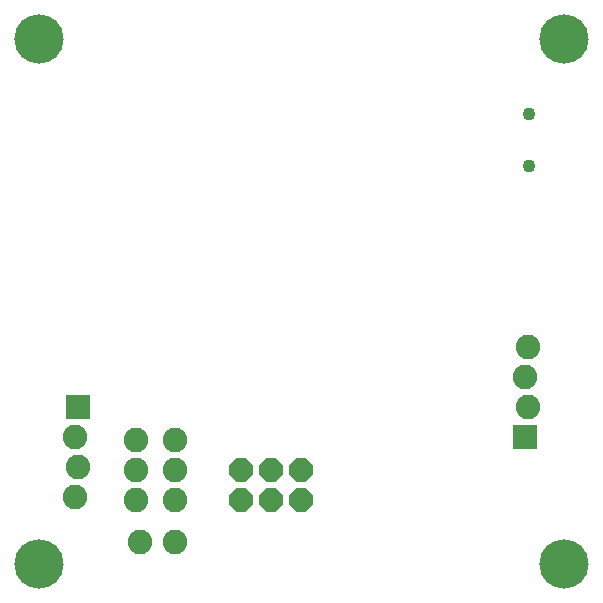
<source format=gbs>
G75*
%MOIN*%
%OFA0B0*%
%FSLAX24Y24*%
%IPPOS*%
%LPD*%
%AMOC8*
5,1,8,0,0,1.08239X$1,22.5*
%
%ADD10OC8,0.0800*%
%ADD11C,0.0820*%
%ADD12R,0.0820X0.0820*%
%ADD13C,0.0434*%
%ADD14C,0.1640*%
D10*
X008100Y003500D03*
X008100Y004500D03*
X009100Y004500D03*
X009100Y003500D03*
X010100Y003500D03*
X010100Y004500D03*
D11*
X005900Y004500D03*
X005900Y003500D03*
X004600Y003500D03*
X004600Y004500D03*
X004600Y005500D03*
X005900Y005500D03*
X002650Y004600D03*
X002550Y003600D03*
X002550Y005600D03*
X004730Y002100D03*
X005870Y002100D03*
X017550Y007600D03*
X017650Y006600D03*
X017650Y008600D03*
D12*
X017550Y005600D03*
X002650Y006600D03*
D13*
X017700Y014634D03*
X017700Y016366D03*
D14*
X001350Y001350D03*
X001350Y018850D03*
X018850Y018850D03*
X018850Y001350D03*
M02*

</source>
